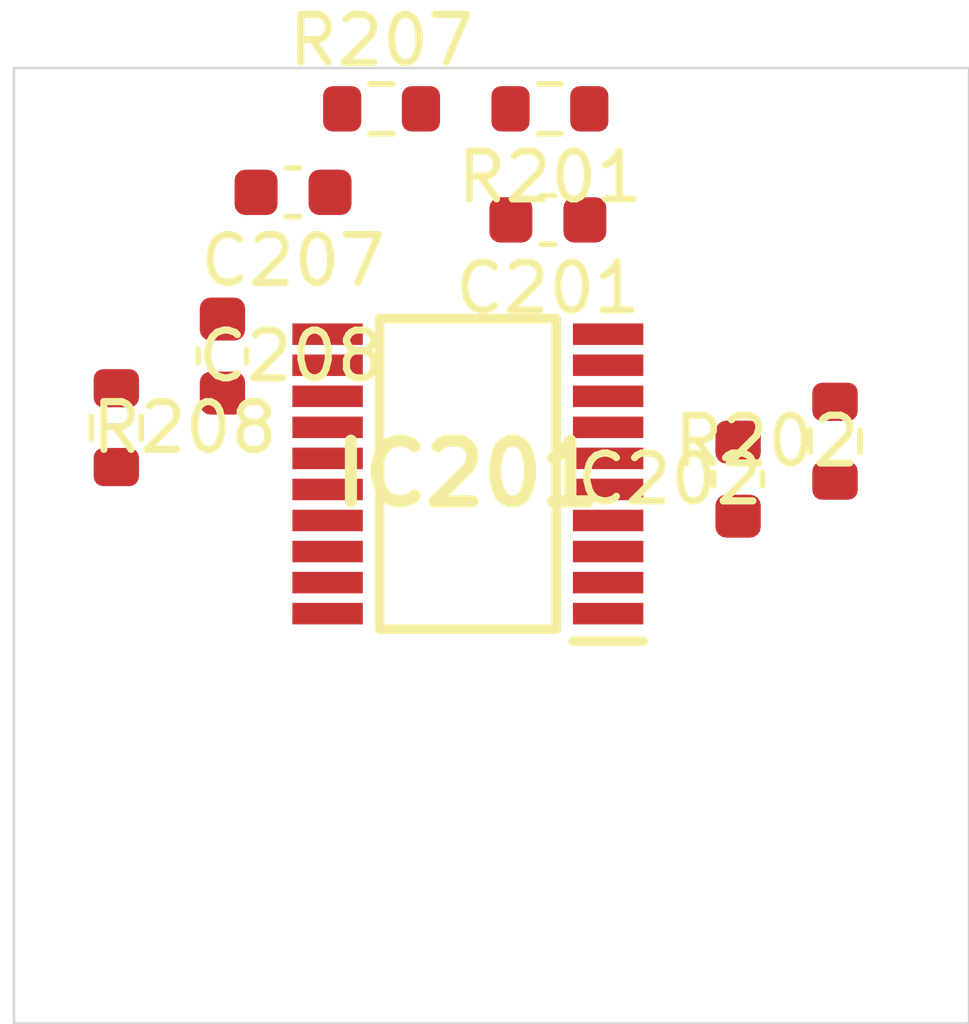
<source format=kicad_pcb>
 ( kicad_pcb  ( version 20171130 )
 ( host pcbnew 5.1.12-84ad8e8a86~92~ubuntu18.04.1 )
 ( general  ( thickness 1.6 )
 ( drawings 4 )
 ( tracks 0 )
 ( zones 0 )
 ( modules 9 )
 ( nets 19 )
)
 ( page A4 )
 ( layers  ( 0 F.Cu signal )
 ( 31 B.Cu signal )
 ( 32 B.Adhes user )
 ( 33 F.Adhes user )
 ( 34 B.Paste user )
 ( 35 F.Paste user )
 ( 36 B.SilkS user )
 ( 37 F.SilkS user )
 ( 38 B.Mask user )
 ( 39 F.Mask user )
 ( 40 Dwgs.User user )
 ( 41 Cmts.User user )
 ( 42 Eco1.User user )
 ( 43 Eco2.User user )
 ( 44 Edge.Cuts user )
 ( 45 Margin user )
 ( 46 B.CrtYd user )
 ( 47 F.CrtYd user )
 ( 48 B.Fab user )
 ( 49 F.Fab user )
)
 ( setup  ( last_trace_width 0.25 )
 ( trace_clearance 0.2 )
 ( zone_clearance 0.508 )
 ( zone_45_only no )
 ( trace_min 0.2 )
 ( via_size 0.8 )
 ( via_drill 0.4 )
 ( via_min_size 0.4 )
 ( via_min_drill 0.3 )
 ( uvia_size 0.3 )
 ( uvia_drill 0.1 )
 ( uvias_allowed no )
 ( uvia_min_size 0.2 )
 ( uvia_min_drill 0.1 )
 ( edge_width 0.05 )
 ( segment_width 0.2 )
 ( pcb_text_width 0.3 )
 ( pcb_text_size 1.5 1.5 )
 ( mod_edge_width 0.12 )
 ( mod_text_size 1 1 )
 ( mod_text_width 0.15 )
 ( pad_size 1.524 1.524 )
 ( pad_drill 0.762 )
 ( pad_to_mask_clearance 0 )
 ( aux_axis_origin 0 0 )
 ( visible_elements FFFFFF7F )
 ( pcbplotparams  ( layerselection 0x010fc_ffffffff )
 ( usegerberextensions false )
 ( usegerberattributes true )
 ( usegerberadvancedattributes true )
 ( creategerberjobfile true )
 ( excludeedgelayer true )
 ( linewidth 0.100000 )
 ( plotframeref false )
 ( viasonmask false )
 ( mode 1 )
 ( useauxorigin false )
 ( hpglpennumber 1 )
 ( hpglpenspeed 20 )
 ( hpglpendiameter 15.000000 )
 ( psnegative false )
 ( psa4output false )
 ( plotreference true )
 ( plotvalue true )
 ( plotinvisibletext false )
 ( padsonsilk false )
 ( subtractmaskfromsilk false )
 ( outputformat 1 )
 ( mirror false )
 ( drillshape 1 )
 ( scaleselection 1 )
 ( outputdirectory "" )
)
)
 ( net 0 "" )
 ( net 1 GND )
 ( net 2 /Sheet6235D886/ch0 )
 ( net 3 /Sheet6235D886/ch1 )
 ( net 4 /Sheet6235D886/ch2 )
 ( net 5 /Sheet6235D886/ch3 )
 ( net 6 /Sheet6235D886/ch4 )
 ( net 7 /Sheet6235D886/ch5 )
 ( net 8 /Sheet6235D886/ch6 )
 ( net 9 /Sheet6235D886/ch7 )
 ( net 10 VDD )
 ( net 11 VDDA )
 ( net 12 /Sheet6235D886/adc_csn )
 ( net 13 /Sheet6235D886/adc_sck )
 ( net 14 /Sheet6235D886/adc_sdi )
 ( net 15 /Sheet6235D886/adc_sdo )
 ( net 16 /Sheet6235D886/vp )
 ( net 17 /Sheet6248AD22/chn0 )
 ( net 18 /Sheet6248AD22/chn3 )
 ( net_class Default "This is the default net class."  ( clearance 0.2 )
 ( trace_width 0.25 )
 ( via_dia 0.8 )
 ( via_drill 0.4 )
 ( uvia_dia 0.3 )
 ( uvia_drill 0.1 )
 ( add_net /Sheet6235D886/adc_csn )
 ( add_net /Sheet6235D886/adc_sck )
 ( add_net /Sheet6235D886/adc_sdi )
 ( add_net /Sheet6235D886/adc_sdo )
 ( add_net /Sheet6235D886/ch0 )
 ( add_net /Sheet6235D886/ch1 )
 ( add_net /Sheet6235D886/ch2 )
 ( add_net /Sheet6235D886/ch3 )
 ( add_net /Sheet6235D886/ch4 )
 ( add_net /Sheet6235D886/ch5 )
 ( add_net /Sheet6235D886/ch6 )
 ( add_net /Sheet6235D886/ch7 )
 ( add_net /Sheet6235D886/vp )
 ( add_net /Sheet6248AD22/chn0 )
 ( add_net /Sheet6248AD22/chn3 )
 ( add_net GND )
 ( add_net VDD )
 ( add_net VDDA )
)
 ( module Capacitor_SMD:C_0603_1608Metric  ( layer F.Cu )
 ( tedit 5F68FEEE )
 ( tstamp 6234222D )
 ( at 91.179556 103.179754 180.000000 )
 ( descr "Capacitor SMD 0603 (1608 Metric), square (rectangular) end terminal, IPC_7351 nominal, (Body size source: IPC-SM-782 page 76, https://www.pcb-3d.com/wordpress/wp-content/uploads/ipc-sm-782a_amendment_1_and_2.pdf), generated with kicad-footprint-generator" )
 ( tags capacitor )
 ( path /6235D887/623691C5 )
 ( attr smd )
 ( fp_text reference C201  ( at 0 -1.43 )
 ( layer F.SilkS )
 ( effects  ( font  ( size 1 1 )
 ( thickness 0.15 )
)
)
)
 ( fp_text value 0.1uF  ( at 0 1.43 )
 ( layer F.Fab )
 ( effects  ( font  ( size 1 1 )
 ( thickness 0.15 )
)
)
)
 ( fp_line  ( start -0.8 0.4 )
 ( end -0.8 -0.4 )
 ( layer F.Fab )
 ( width 0.1 )
)
 ( fp_line  ( start -0.8 -0.4 )
 ( end 0.8 -0.4 )
 ( layer F.Fab )
 ( width 0.1 )
)
 ( fp_line  ( start 0.8 -0.4 )
 ( end 0.8 0.4 )
 ( layer F.Fab )
 ( width 0.1 )
)
 ( fp_line  ( start 0.8 0.4 )
 ( end -0.8 0.4 )
 ( layer F.Fab )
 ( width 0.1 )
)
 ( fp_line  ( start -0.14058 -0.51 )
 ( end 0.14058 -0.51 )
 ( layer F.SilkS )
 ( width 0.12 )
)
 ( fp_line  ( start -0.14058 0.51 )
 ( end 0.14058 0.51 )
 ( layer F.SilkS )
 ( width 0.12 )
)
 ( fp_line  ( start -1.48 0.73 )
 ( end -1.48 -0.73 )
 ( layer F.CrtYd )
 ( width 0.05 )
)
 ( fp_line  ( start -1.48 -0.73 )
 ( end 1.48 -0.73 )
 ( layer F.CrtYd )
 ( width 0.05 )
)
 ( fp_line  ( start 1.48 -0.73 )
 ( end 1.48 0.73 )
 ( layer F.CrtYd )
 ( width 0.05 )
)
 ( fp_line  ( start 1.48 0.73 )
 ( end -1.48 0.73 )
 ( layer F.CrtYd )
 ( width 0.05 )
)
 ( fp_text user %R  ( at 0 0 )
 ( layer F.Fab )
 ( effects  ( font  ( size 0.4 0.4 )
 ( thickness 0.06 )
)
)
)
 ( pad 2 smd roundrect  ( at 0.775 0 180.000000 )
 ( size 0.9 0.95 )
 ( layers F.Cu F.Mask F.Paste )
 ( roundrect_rratio 0.25 )
 ( net 1 GND )
)
 ( pad 1 smd roundrect  ( at -0.775 0 180.000000 )
 ( size 0.9 0.95 )
 ( layers F.Cu F.Mask F.Paste )
 ( roundrect_rratio 0.25 )
 ( net 2 /Sheet6235D886/ch0 )
)
 ( model ${KISYS3DMOD}/Capacitor_SMD.3dshapes/C_0603_1608Metric.wrl  ( at  ( xyz 0 0 0 )
)
 ( scale  ( xyz 1 1 1 )
)
 ( rotate  ( xyz 0 0 0 )
)
)
)
 ( module Capacitor_SMD:C_0603_1608Metric  ( layer F.Cu )
 ( tedit 5F68FEEE )
 ( tstamp 6234223E )
 ( at 95.163887 108.605931 90.000000 )
 ( descr "Capacitor SMD 0603 (1608 Metric), square (rectangular) end terminal, IPC_7351 nominal, (Body size source: IPC-SM-782 page 76, https://www.pcb-3d.com/wordpress/wp-content/uploads/ipc-sm-782a_amendment_1_and_2.pdf), generated with kicad-footprint-generator" )
 ( tags capacitor )
 ( path /6235D887/62369EE0 )
 ( attr smd )
 ( fp_text reference C202  ( at 0 -1.43 )
 ( layer F.SilkS )
 ( effects  ( font  ( size 1 1 )
 ( thickness 0.15 )
)
)
)
 ( fp_text value 0.1uF  ( at 0 1.43 )
 ( layer F.Fab )
 ( effects  ( font  ( size 1 1 )
 ( thickness 0.15 )
)
)
)
 ( fp_line  ( start 1.48 0.73 )
 ( end -1.48 0.73 )
 ( layer F.CrtYd )
 ( width 0.05 )
)
 ( fp_line  ( start 1.48 -0.73 )
 ( end 1.48 0.73 )
 ( layer F.CrtYd )
 ( width 0.05 )
)
 ( fp_line  ( start -1.48 -0.73 )
 ( end 1.48 -0.73 )
 ( layer F.CrtYd )
 ( width 0.05 )
)
 ( fp_line  ( start -1.48 0.73 )
 ( end -1.48 -0.73 )
 ( layer F.CrtYd )
 ( width 0.05 )
)
 ( fp_line  ( start -0.14058 0.51 )
 ( end 0.14058 0.51 )
 ( layer F.SilkS )
 ( width 0.12 )
)
 ( fp_line  ( start -0.14058 -0.51 )
 ( end 0.14058 -0.51 )
 ( layer F.SilkS )
 ( width 0.12 )
)
 ( fp_line  ( start 0.8 0.4 )
 ( end -0.8 0.4 )
 ( layer F.Fab )
 ( width 0.1 )
)
 ( fp_line  ( start 0.8 -0.4 )
 ( end 0.8 0.4 )
 ( layer F.Fab )
 ( width 0.1 )
)
 ( fp_line  ( start -0.8 -0.4 )
 ( end 0.8 -0.4 )
 ( layer F.Fab )
 ( width 0.1 )
)
 ( fp_line  ( start -0.8 0.4 )
 ( end -0.8 -0.4 )
 ( layer F.Fab )
 ( width 0.1 )
)
 ( fp_text user %R  ( at 0 0 )
 ( layer F.Fab )
 ( effects  ( font  ( size 0.4 0.4 )
 ( thickness 0.06 )
)
)
)
 ( pad 1 smd roundrect  ( at -0.775 0 90.000000 )
 ( size 0.9 0.95 )
 ( layers F.Cu F.Mask F.Paste )
 ( roundrect_rratio 0.25 )
 ( net 1 GND )
)
 ( pad 2 smd roundrect  ( at 0.775 0 90.000000 )
 ( size 0.9 0.95 )
 ( layers F.Cu F.Mask F.Paste )
 ( roundrect_rratio 0.25 )
 ( net 3 /Sheet6235D886/ch1 )
)
 ( model ${KISYS3DMOD}/Capacitor_SMD.3dshapes/C_0603_1608Metric.wrl  ( at  ( xyz 0 0 0 )
)
 ( scale  ( xyz 1 1 1 )
)
 ( rotate  ( xyz 0 0 0 )
)
)
)
 ( module Capacitor_SMD:C_0603_1608Metric  ( layer F.Cu )
 ( tedit 5F68FEEE )
 ( tstamp 62342293 )
 ( at 85.842830 102.602815 180.000000 )
 ( descr "Capacitor SMD 0603 (1608 Metric), square (rectangular) end terminal, IPC_7351 nominal, (Body size source: IPC-SM-782 page 76, https://www.pcb-3d.com/wordpress/wp-content/uploads/ipc-sm-782a_amendment_1_and_2.pdf), generated with kicad-footprint-generator" )
 ( tags capacitor )
 ( path /6235D887/6238B3FE )
 ( attr smd )
 ( fp_text reference C207  ( at 0 -1.43 )
 ( layer F.SilkS )
 ( effects  ( font  ( size 1 1 )
 ( thickness 0.15 )
)
)
)
 ( fp_text value 0.1uF  ( at 0 1.43 )
 ( layer F.Fab )
 ( effects  ( font  ( size 1 1 )
 ( thickness 0.15 )
)
)
)
 ( fp_line  ( start -0.8 0.4 )
 ( end -0.8 -0.4 )
 ( layer F.Fab )
 ( width 0.1 )
)
 ( fp_line  ( start -0.8 -0.4 )
 ( end 0.8 -0.4 )
 ( layer F.Fab )
 ( width 0.1 )
)
 ( fp_line  ( start 0.8 -0.4 )
 ( end 0.8 0.4 )
 ( layer F.Fab )
 ( width 0.1 )
)
 ( fp_line  ( start 0.8 0.4 )
 ( end -0.8 0.4 )
 ( layer F.Fab )
 ( width 0.1 )
)
 ( fp_line  ( start -0.14058 -0.51 )
 ( end 0.14058 -0.51 )
 ( layer F.SilkS )
 ( width 0.12 )
)
 ( fp_line  ( start -0.14058 0.51 )
 ( end 0.14058 0.51 )
 ( layer F.SilkS )
 ( width 0.12 )
)
 ( fp_line  ( start -1.48 0.73 )
 ( end -1.48 -0.73 )
 ( layer F.CrtYd )
 ( width 0.05 )
)
 ( fp_line  ( start -1.48 -0.73 )
 ( end 1.48 -0.73 )
 ( layer F.CrtYd )
 ( width 0.05 )
)
 ( fp_line  ( start 1.48 -0.73 )
 ( end 1.48 0.73 )
 ( layer F.CrtYd )
 ( width 0.05 )
)
 ( fp_line  ( start 1.48 0.73 )
 ( end -1.48 0.73 )
 ( layer F.CrtYd )
 ( width 0.05 )
)
 ( fp_text user %R  ( at 0 0 )
 ( layer F.Fab )
 ( effects  ( font  ( size 0.4 0.4 )
 ( thickness 0.06 )
)
)
)
 ( pad 2 smd roundrect  ( at 0.775 0 180.000000 )
 ( size 0.9 0.95 )
 ( layers F.Cu F.Mask F.Paste )
 ( roundrect_rratio 0.25 )
 ( net 1 GND )
)
 ( pad 1 smd roundrect  ( at -0.775 0 180.000000 )
 ( size 0.9 0.95 )
 ( layers F.Cu F.Mask F.Paste )
 ( roundrect_rratio 0.25 )
 ( net 8 /Sheet6235D886/ch6 )
)
 ( model ${KISYS3DMOD}/Capacitor_SMD.3dshapes/C_0603_1608Metric.wrl  ( at  ( xyz 0 0 0 )
)
 ( scale  ( xyz 1 1 1 )
)
 ( rotate  ( xyz 0 0 0 )
)
)
)
 ( module Capacitor_SMD:C_0603_1608Metric  ( layer F.Cu )
 ( tedit 5F68FEEE )
 ( tstamp 623422A4 )
 ( at 84.364337 106.030372 270.000000 )
 ( descr "Capacitor SMD 0603 (1608 Metric), square (rectangular) end terminal, IPC_7351 nominal, (Body size source: IPC-SM-782 page 76, https://www.pcb-3d.com/wordpress/wp-content/uploads/ipc-sm-782a_amendment_1_and_2.pdf), generated with kicad-footprint-generator" )
 ( tags capacitor )
 ( path /6235D887/6238B404 )
 ( attr smd )
 ( fp_text reference C208  ( at 0 -1.43 )
 ( layer F.SilkS )
 ( effects  ( font  ( size 1 1 )
 ( thickness 0.15 )
)
)
)
 ( fp_text value 0.1uF  ( at 0 1.43 )
 ( layer F.Fab )
 ( effects  ( font  ( size 1 1 )
 ( thickness 0.15 )
)
)
)
 ( fp_line  ( start 1.48 0.73 )
 ( end -1.48 0.73 )
 ( layer F.CrtYd )
 ( width 0.05 )
)
 ( fp_line  ( start 1.48 -0.73 )
 ( end 1.48 0.73 )
 ( layer F.CrtYd )
 ( width 0.05 )
)
 ( fp_line  ( start -1.48 -0.73 )
 ( end 1.48 -0.73 )
 ( layer F.CrtYd )
 ( width 0.05 )
)
 ( fp_line  ( start -1.48 0.73 )
 ( end -1.48 -0.73 )
 ( layer F.CrtYd )
 ( width 0.05 )
)
 ( fp_line  ( start -0.14058 0.51 )
 ( end 0.14058 0.51 )
 ( layer F.SilkS )
 ( width 0.12 )
)
 ( fp_line  ( start -0.14058 -0.51 )
 ( end 0.14058 -0.51 )
 ( layer F.SilkS )
 ( width 0.12 )
)
 ( fp_line  ( start 0.8 0.4 )
 ( end -0.8 0.4 )
 ( layer F.Fab )
 ( width 0.1 )
)
 ( fp_line  ( start 0.8 -0.4 )
 ( end 0.8 0.4 )
 ( layer F.Fab )
 ( width 0.1 )
)
 ( fp_line  ( start -0.8 -0.4 )
 ( end 0.8 -0.4 )
 ( layer F.Fab )
 ( width 0.1 )
)
 ( fp_line  ( start -0.8 0.4 )
 ( end -0.8 -0.4 )
 ( layer F.Fab )
 ( width 0.1 )
)
 ( fp_text user %R  ( at 0 0 )
 ( layer F.Fab )
 ( effects  ( font  ( size 0.4 0.4 )
 ( thickness 0.06 )
)
)
)
 ( pad 1 smd roundrect  ( at -0.775 0 270.000000 )
 ( size 0.9 0.95 )
 ( layers F.Cu F.Mask F.Paste )
 ( roundrect_rratio 0.25 )
 ( net 1 GND )
)
 ( pad 2 smd roundrect  ( at 0.775 0 270.000000 )
 ( size 0.9 0.95 )
 ( layers F.Cu F.Mask F.Paste )
 ( roundrect_rratio 0.25 )
 ( net 9 /Sheet6235D886/ch7 )
)
 ( model ${KISYS3DMOD}/Capacitor_SMD.3dshapes/C_0603_1608Metric.wrl  ( at  ( xyz 0 0 0 )
)
 ( scale  ( xyz 1 1 1 )
)
 ( rotate  ( xyz 0 0 0 )
)
)
)
 ( module MCP3564R-E_ST:SOP65P640X120-20N locked  ( layer F.Cu )
 ( tedit 623351C2 )
 ( tstamp 623423D6 )
 ( at 89.504300 108.497000 180.000000 )
 ( descr "20-Lead Plastic Thin Shrink Small Outline (ST) - 4.4mm body [TSSOP]" )
 ( tags "Integrated Circuit" )
 ( path /6235D887/6235E071 )
 ( attr smd )
 ( fp_text reference IC201  ( at 0 0 )
 ( layer F.SilkS )
 ( effects  ( font  ( size 1.27 1.27 )
 ( thickness 0.254 )
)
)
)
 ( fp_text value MCP3564R-E_ST  ( at 0 0 )
 ( layer F.SilkS )
hide  ( effects  ( font  ( size 1.27 1.27 )
 ( thickness 0.254 )
)
)
)
 ( fp_line  ( start -3.925 -3.55 )
 ( end 3.925 -3.55 )
 ( layer Dwgs.User )
 ( width 0.05 )
)
 ( fp_line  ( start 3.925 -3.55 )
 ( end 3.925 3.55 )
 ( layer Dwgs.User )
 ( width 0.05 )
)
 ( fp_line  ( start 3.925 3.55 )
 ( end -3.925 3.55 )
 ( layer Dwgs.User )
 ( width 0.05 )
)
 ( fp_line  ( start -3.925 3.55 )
 ( end -3.925 -3.55 )
 ( layer Dwgs.User )
 ( width 0.05 )
)
 ( fp_line  ( start -2.2 -3.25 )
 ( end 2.2 -3.25 )
 ( layer Dwgs.User )
 ( width 0.1 )
)
 ( fp_line  ( start 2.2 -3.25 )
 ( end 2.2 3.25 )
 ( layer Dwgs.User )
 ( width 0.1 )
)
 ( fp_line  ( start 2.2 3.25 )
 ( end -2.2 3.25 )
 ( layer Dwgs.User )
 ( width 0.1 )
)
 ( fp_line  ( start -2.2 3.25 )
 ( end -2.2 -3.25 )
 ( layer Dwgs.User )
 ( width 0.1 )
)
 ( fp_line  ( start -2.2 -2.6 )
 ( end -1.55 -3.25 )
 ( layer Dwgs.User )
 ( width 0.1 )
)
 ( fp_line  ( start -1.85 -3.25 )
 ( end 1.85 -3.25 )
 ( layer F.SilkS )
 ( width 0.2 )
)
 ( fp_line  ( start 1.85 -3.25 )
 ( end 1.85 3.25 )
 ( layer F.SilkS )
 ( width 0.2 )
)
 ( fp_line  ( start 1.85 3.25 )
 ( end -1.85 3.25 )
 ( layer F.SilkS )
 ( width 0.2 )
)
 ( fp_line  ( start -1.85 3.25 )
 ( end -1.85 -3.25 )
 ( layer F.SilkS )
 ( width 0.2 )
)
 ( fp_line  ( start -3.675 -3.5 )
 ( end -2.2 -3.5 )
 ( layer F.SilkS )
 ( width 0.2 )
)
 ( pad 1 smd rect  ( at -2.938 -2.925 270.000000 )
 ( size 0.45 1.475 )
 ( layers F.Cu F.Mask F.Paste )
 ( net 11 VDDA )
)
 ( pad 2 smd rect  ( at -2.938 -2.275 270.000000 )
 ( size 0.45 1.475 )
 ( layers F.Cu F.Mask F.Paste )
 ( net 1 GND )
)
 ( pad 3 smd rect  ( at -2.938 -1.625 270.000000 )
 ( size 0.45 1.475 )
 ( layers F.Cu F.Mask F.Paste )
 ( net 1 GND )
)
 ( pad 4 smd rect  ( at -2.938 -0.975 270.000000 )
 ( size 0.45 1.475 )
 ( layers F.Cu F.Mask F.Paste )
)
 ( pad 5 smd rect  ( at -2.938 -0.325 270.000000 )
 ( size 0.45 1.475 )
 ( layers F.Cu F.Mask F.Paste )
 ( net 2 /Sheet6235D886/ch0 )
)
 ( pad 6 smd rect  ( at -2.938 0.325 270.000000 )
 ( size 0.45 1.475 )
 ( layers F.Cu F.Mask F.Paste )
 ( net 3 /Sheet6235D886/ch1 )
)
 ( pad 7 smd rect  ( at -2.938 0.975 270.000000 )
 ( size 0.45 1.475 )
 ( layers F.Cu F.Mask F.Paste )
 ( net 4 /Sheet6235D886/ch2 )
)
 ( pad 8 smd rect  ( at -2.938 1.625 270.000000 )
 ( size 0.45 1.475 )
 ( layers F.Cu F.Mask F.Paste )
 ( net 5 /Sheet6235D886/ch3 )
)
 ( pad 9 smd rect  ( at -2.938 2.275 270.000000 )
 ( size 0.45 1.475 )
 ( layers F.Cu F.Mask F.Paste )
 ( net 6 /Sheet6235D886/ch4 )
)
 ( pad 10 smd rect  ( at -2.938 2.925 270.000000 )
 ( size 0.45 1.475 )
 ( layers F.Cu F.Mask F.Paste )
 ( net 7 /Sheet6235D886/ch5 )
)
 ( pad 11 smd rect  ( at 2.938 2.925 270.000000 )
 ( size 0.45 1.475 )
 ( layers F.Cu F.Mask F.Paste )
 ( net 8 /Sheet6235D886/ch6 )
)
 ( pad 12 smd rect  ( at 2.938 2.275 270.000000 )
 ( size 0.45 1.475 )
 ( layers F.Cu F.Mask F.Paste )
 ( net 9 /Sheet6235D886/ch7 )
)
 ( pad 13 smd rect  ( at 2.938 1.625 270.000000 )
 ( size 0.45 1.475 )
 ( layers F.Cu F.Mask F.Paste )
 ( net 12 /Sheet6235D886/adc_csn )
)
 ( pad 14 smd rect  ( at 2.938 0.975 270.000000 )
 ( size 0.45 1.475 )
 ( layers F.Cu F.Mask F.Paste )
 ( net 13 /Sheet6235D886/adc_sck )
)
 ( pad 15 smd rect  ( at 2.938 0.325 270.000000 )
 ( size 0.45 1.475 )
 ( layers F.Cu F.Mask F.Paste )
 ( net 14 /Sheet6235D886/adc_sdi )
)
 ( pad 16 smd rect  ( at 2.938 -0.325 270.000000 )
 ( size 0.45 1.475 )
 ( layers F.Cu F.Mask F.Paste )
 ( net 15 /Sheet6235D886/adc_sdo )
)
 ( pad 17 smd rect  ( at 2.938 -0.975 270.000000 )
 ( size 0.45 1.475 )
 ( layers F.Cu F.Mask F.Paste )
)
 ( pad 18 smd rect  ( at 2.938 -1.625 270.000000 )
 ( size 0.45 1.475 )
 ( layers F.Cu F.Mask F.Paste )
)
 ( pad 19 smd rect  ( at 2.938 -2.275 270.000000 )
 ( size 0.45 1.475 )
 ( layers F.Cu F.Mask F.Paste )
 ( net 1 GND )
)
 ( pad 20 smd rect  ( at 2.938 -2.925 270.000000 )
 ( size 0.45 1.475 )
 ( layers F.Cu F.Mask F.Paste )
 ( net 10 VDD )
)
)
 ( module Resistor_SMD:R_0603_1608Metric  ( layer F.Cu )
 ( tedit 5F68FEEE )
 ( tstamp 6234250D )
 ( at 91.222518 100.855000 180.000000 )
 ( descr "Resistor SMD 0603 (1608 Metric), square (rectangular) end terminal, IPC_7351 nominal, (Body size source: IPC-SM-782 page 72, https://www.pcb-3d.com/wordpress/wp-content/uploads/ipc-sm-782a_amendment_1_and_2.pdf), generated with kicad-footprint-generator" )
 ( tags resistor )
 ( path /6235D887/623641B7 )
 ( attr smd )
 ( fp_text reference R201  ( at 0 -1.43 )
 ( layer F.SilkS )
 ( effects  ( font  ( size 1 1 )
 ( thickness 0.15 )
)
)
)
 ( fp_text value 1k  ( at 0 1.43 )
 ( layer F.Fab )
 ( effects  ( font  ( size 1 1 )
 ( thickness 0.15 )
)
)
)
 ( fp_line  ( start -0.8 0.4125 )
 ( end -0.8 -0.4125 )
 ( layer F.Fab )
 ( width 0.1 )
)
 ( fp_line  ( start -0.8 -0.4125 )
 ( end 0.8 -0.4125 )
 ( layer F.Fab )
 ( width 0.1 )
)
 ( fp_line  ( start 0.8 -0.4125 )
 ( end 0.8 0.4125 )
 ( layer F.Fab )
 ( width 0.1 )
)
 ( fp_line  ( start 0.8 0.4125 )
 ( end -0.8 0.4125 )
 ( layer F.Fab )
 ( width 0.1 )
)
 ( fp_line  ( start -0.237258 -0.5225 )
 ( end 0.237258 -0.5225 )
 ( layer F.SilkS )
 ( width 0.12 )
)
 ( fp_line  ( start -0.237258 0.5225 )
 ( end 0.237258 0.5225 )
 ( layer F.SilkS )
 ( width 0.12 )
)
 ( fp_line  ( start -1.48 0.73 )
 ( end -1.48 -0.73 )
 ( layer F.CrtYd )
 ( width 0.05 )
)
 ( fp_line  ( start -1.48 -0.73 )
 ( end 1.48 -0.73 )
 ( layer F.CrtYd )
 ( width 0.05 )
)
 ( fp_line  ( start 1.48 -0.73 )
 ( end 1.48 0.73 )
 ( layer F.CrtYd )
 ( width 0.05 )
)
 ( fp_line  ( start 1.48 0.73 )
 ( end -1.48 0.73 )
 ( layer F.CrtYd )
 ( width 0.05 )
)
 ( fp_text user %R  ( at 0 0 )
 ( layer F.Fab )
 ( effects  ( font  ( size 0.4 0.4 )
 ( thickness 0.06 )
)
)
)
 ( pad 2 smd roundrect  ( at 0.825 0 180.000000 )
 ( size 0.8 0.95 )
 ( layers F.Cu F.Mask F.Paste )
 ( roundrect_rratio 0.25 )
 ( net 16 /Sheet6235D886/vp )
)
 ( pad 1 smd roundrect  ( at -0.825 0 180.000000 )
 ( size 0.8 0.95 )
 ( layers F.Cu F.Mask F.Paste )
 ( roundrect_rratio 0.25 )
 ( net 2 /Sheet6235D886/ch0 )
)
 ( model ${KISYS3DMOD}/Resistor_SMD.3dshapes/R_0603_1608Metric.wrl  ( at  ( xyz 0 0 0 )
)
 ( scale  ( xyz 1 1 1 )
)
 ( rotate  ( xyz 0 0 0 )
)
)
)
 ( module Resistor_SMD:R_0603_1608Metric  ( layer F.Cu )
 ( tedit 5F68FEEE )
 ( tstamp 6234251E )
 ( at 97.194274 107.812773 90.000000 )
 ( descr "Resistor SMD 0603 (1608 Metric), square (rectangular) end terminal, IPC_7351 nominal, (Body size source: IPC-SM-782 page 72, https://www.pcb-3d.com/wordpress/wp-content/uploads/ipc-sm-782a_amendment_1_and_2.pdf), generated with kicad-footprint-generator" )
 ( tags resistor )
 ( path /6235D887/6236A646 )
 ( attr smd )
 ( fp_text reference R202  ( at 0 -1.43 )
 ( layer F.SilkS )
 ( effects  ( font  ( size 1 1 )
 ( thickness 0.15 )
)
)
)
 ( fp_text value 1k  ( at 0 1.43 )
 ( layer F.Fab )
 ( effects  ( font  ( size 1 1 )
 ( thickness 0.15 )
)
)
)
 ( fp_line  ( start 1.48 0.73 )
 ( end -1.48 0.73 )
 ( layer F.CrtYd )
 ( width 0.05 )
)
 ( fp_line  ( start 1.48 -0.73 )
 ( end 1.48 0.73 )
 ( layer F.CrtYd )
 ( width 0.05 )
)
 ( fp_line  ( start -1.48 -0.73 )
 ( end 1.48 -0.73 )
 ( layer F.CrtYd )
 ( width 0.05 )
)
 ( fp_line  ( start -1.48 0.73 )
 ( end -1.48 -0.73 )
 ( layer F.CrtYd )
 ( width 0.05 )
)
 ( fp_line  ( start -0.237258 0.5225 )
 ( end 0.237258 0.5225 )
 ( layer F.SilkS )
 ( width 0.12 )
)
 ( fp_line  ( start -0.237258 -0.5225 )
 ( end 0.237258 -0.5225 )
 ( layer F.SilkS )
 ( width 0.12 )
)
 ( fp_line  ( start 0.8 0.4125 )
 ( end -0.8 0.4125 )
 ( layer F.Fab )
 ( width 0.1 )
)
 ( fp_line  ( start 0.8 -0.4125 )
 ( end 0.8 0.4125 )
 ( layer F.Fab )
 ( width 0.1 )
)
 ( fp_line  ( start -0.8 -0.4125 )
 ( end 0.8 -0.4125 )
 ( layer F.Fab )
 ( width 0.1 )
)
 ( fp_line  ( start -0.8 0.4125 )
 ( end -0.8 -0.4125 )
 ( layer F.Fab )
 ( width 0.1 )
)
 ( fp_text user %R  ( at 0 0 )
 ( layer F.Fab )
 ( effects  ( font  ( size 0.4 0.4 )
 ( thickness 0.06 )
)
)
)
 ( pad 1 smd roundrect  ( at -0.825 0 90.000000 )
 ( size 0.8 0.95 )
 ( layers F.Cu F.Mask F.Paste )
 ( roundrect_rratio 0.25 )
 ( net 3 /Sheet6235D886/ch1 )
)
 ( pad 2 smd roundrect  ( at 0.825 0 90.000000 )
 ( size 0.8 0.95 )
 ( layers F.Cu F.Mask F.Paste )
 ( roundrect_rratio 0.25 )
 ( net 17 /Sheet6248AD22/chn0 )
)
 ( model ${KISYS3DMOD}/Resistor_SMD.3dshapes/R_0603_1608Metric.wrl  ( at  ( xyz 0 0 0 )
)
 ( scale  ( xyz 1 1 1 )
)
 ( rotate  ( xyz 0 0 0 )
)
)
)
 ( module Resistor_SMD:R_0603_1608Metric  ( layer F.Cu )
 ( tedit 5F68FEEE )
 ( tstamp 62342573 )
 ( at 87.696915 100.855000 )
 ( descr "Resistor SMD 0603 (1608 Metric), square (rectangular) end terminal, IPC_7351 nominal, (Body size source: IPC-SM-782 page 72, https://www.pcb-3d.com/wordpress/wp-content/uploads/ipc-sm-782a_amendment_1_and_2.pdf), generated with kicad-footprint-generator" )
 ( tags resistor )
 ( path /6235D887/6238B3F8 )
 ( attr smd )
 ( fp_text reference R207  ( at 0 -1.43 )
 ( layer F.SilkS )
 ( effects  ( font  ( size 1 1 )
 ( thickness 0.15 )
)
)
)
 ( fp_text value 1k  ( at 0 1.43 )
 ( layer F.Fab )
 ( effects  ( font  ( size 1 1 )
 ( thickness 0.15 )
)
)
)
 ( fp_line  ( start -0.8 0.4125 )
 ( end -0.8 -0.4125 )
 ( layer F.Fab )
 ( width 0.1 )
)
 ( fp_line  ( start -0.8 -0.4125 )
 ( end 0.8 -0.4125 )
 ( layer F.Fab )
 ( width 0.1 )
)
 ( fp_line  ( start 0.8 -0.4125 )
 ( end 0.8 0.4125 )
 ( layer F.Fab )
 ( width 0.1 )
)
 ( fp_line  ( start 0.8 0.4125 )
 ( end -0.8 0.4125 )
 ( layer F.Fab )
 ( width 0.1 )
)
 ( fp_line  ( start -0.237258 -0.5225 )
 ( end 0.237258 -0.5225 )
 ( layer F.SilkS )
 ( width 0.12 )
)
 ( fp_line  ( start -0.237258 0.5225 )
 ( end 0.237258 0.5225 )
 ( layer F.SilkS )
 ( width 0.12 )
)
 ( fp_line  ( start -1.48 0.73 )
 ( end -1.48 -0.73 )
 ( layer F.CrtYd )
 ( width 0.05 )
)
 ( fp_line  ( start -1.48 -0.73 )
 ( end 1.48 -0.73 )
 ( layer F.CrtYd )
 ( width 0.05 )
)
 ( fp_line  ( start 1.48 -0.73 )
 ( end 1.48 0.73 )
 ( layer F.CrtYd )
 ( width 0.05 )
)
 ( fp_line  ( start 1.48 0.73 )
 ( end -1.48 0.73 )
 ( layer F.CrtYd )
 ( width 0.05 )
)
 ( fp_text user %R  ( at 0 0 )
 ( layer F.Fab )
 ( effects  ( font  ( size 0.4 0.4 )
 ( thickness 0.06 )
)
)
)
 ( pad 2 smd roundrect  ( at 0.825 0 )
 ( size 0.8 0.95 )
 ( layers F.Cu F.Mask F.Paste )
 ( roundrect_rratio 0.25 )
 ( net 16 /Sheet6235D886/vp )
)
 ( pad 1 smd roundrect  ( at -0.825 0 )
 ( size 0.8 0.95 )
 ( layers F.Cu F.Mask F.Paste )
 ( roundrect_rratio 0.25 )
 ( net 8 /Sheet6235D886/ch6 )
)
 ( model ${KISYS3DMOD}/Resistor_SMD.3dshapes/R_0603_1608Metric.wrl  ( at  ( xyz 0 0 0 )
)
 ( scale  ( xyz 1 1 1 )
)
 ( rotate  ( xyz 0 0 0 )
)
)
)
 ( module Resistor_SMD:R_0603_1608Metric  ( layer F.Cu )
 ( tedit 5F68FEEE )
 ( tstamp 62342584 )
 ( at 82.141175 107.528028 270.000000 )
 ( descr "Resistor SMD 0603 (1608 Metric), square (rectangular) end terminal, IPC_7351 nominal, (Body size source: IPC-SM-782 page 72, https://www.pcb-3d.com/wordpress/wp-content/uploads/ipc-sm-782a_amendment_1_and_2.pdf), generated with kicad-footprint-generator" )
 ( tags resistor )
 ( path /6235D887/6238B40A )
 ( attr smd )
 ( fp_text reference R208  ( at 0 -1.43 )
 ( layer F.SilkS )
 ( effects  ( font  ( size 1 1 )
 ( thickness 0.15 )
)
)
)
 ( fp_text value 1k  ( at 0 1.43 )
 ( layer F.Fab )
 ( effects  ( font  ( size 1 1 )
 ( thickness 0.15 )
)
)
)
 ( fp_line  ( start 1.48 0.73 )
 ( end -1.48 0.73 )
 ( layer F.CrtYd )
 ( width 0.05 )
)
 ( fp_line  ( start 1.48 -0.73 )
 ( end 1.48 0.73 )
 ( layer F.CrtYd )
 ( width 0.05 )
)
 ( fp_line  ( start -1.48 -0.73 )
 ( end 1.48 -0.73 )
 ( layer F.CrtYd )
 ( width 0.05 )
)
 ( fp_line  ( start -1.48 0.73 )
 ( end -1.48 -0.73 )
 ( layer F.CrtYd )
 ( width 0.05 )
)
 ( fp_line  ( start -0.237258 0.5225 )
 ( end 0.237258 0.5225 )
 ( layer F.SilkS )
 ( width 0.12 )
)
 ( fp_line  ( start -0.237258 -0.5225 )
 ( end 0.237258 -0.5225 )
 ( layer F.SilkS )
 ( width 0.12 )
)
 ( fp_line  ( start 0.8 0.4125 )
 ( end -0.8 0.4125 )
 ( layer F.Fab )
 ( width 0.1 )
)
 ( fp_line  ( start 0.8 -0.4125 )
 ( end 0.8 0.4125 )
 ( layer F.Fab )
 ( width 0.1 )
)
 ( fp_line  ( start -0.8 -0.4125 )
 ( end 0.8 -0.4125 )
 ( layer F.Fab )
 ( width 0.1 )
)
 ( fp_line  ( start -0.8 0.4125 )
 ( end -0.8 -0.4125 )
 ( layer F.Fab )
 ( width 0.1 )
)
 ( fp_text user %R  ( at 0 0 )
 ( layer F.Fab )
 ( effects  ( font  ( size 0.4 0.4 )
 ( thickness 0.06 )
)
)
)
 ( pad 1 smd roundrect  ( at -0.825 0 270.000000 )
 ( size 0.8 0.95 )
 ( layers F.Cu F.Mask F.Paste )
 ( roundrect_rratio 0.25 )
 ( net 9 /Sheet6235D886/ch7 )
)
 ( pad 2 smd roundrect  ( at 0.825 0 270.000000 )
 ( size 0.8 0.95 )
 ( layers F.Cu F.Mask F.Paste )
 ( roundrect_rratio 0.25 )
 ( net 18 /Sheet6248AD22/chn3 )
)
 ( model ${KISYS3DMOD}/Resistor_SMD.3dshapes/R_0603_1608Metric.wrl  ( at  ( xyz 0 0 0 )
)
 ( scale  ( xyz 1 1 1 )
)
 ( rotate  ( xyz 0 0 0 )
)
)
)
 ( gr_line  ( start 100 100 )
 ( end 100 120 )
 ( layer Edge.Cuts )
 ( width 0.05 )
 ( tstamp 62E770C4 )
)
 ( gr_line  ( start 80 120 )
 ( end 100 120 )
 ( layer Edge.Cuts )
 ( width 0.05 )
 ( tstamp 62E770C0 )
)
 ( gr_line  ( start 80 100 )
 ( end 100 100 )
 ( layer Edge.Cuts )
 ( width 0.05 )
 ( tstamp 6234110C )
)
 ( gr_line  ( start 80 100 )
 ( end 80 120 )
 ( layer Edge.Cuts )
 ( width 0.05 )
)
)

</source>
